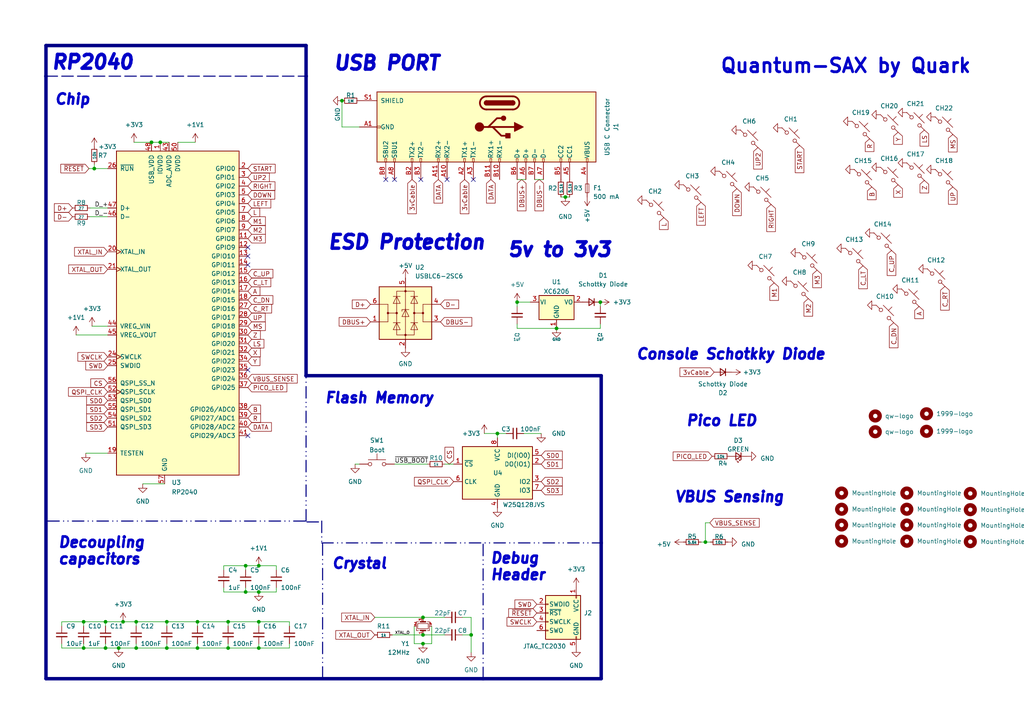
<source format=kicad_sch>
(kicad_sch (version 20230121) (generator eeschema)
  (paper "A4")
  (junction (at 27.3492 48.895))
  (junction (at 88.773 108.966))
  (junction (at 57.277 180.34))
  (junction (at 34.417 187.96))
  (junction (at 149.987 87.63) (diameter 0.9144))
  (junction (at 140.128 196.85))
  (junction (at 174.117 87.63))
  (junction (at 24.257 187.96))
  (junction (at 13.335 22.098))
  (junction (at 204.597 157.226))
  (junction (at 99.187 29.21))
  (junction (at 71.247 171.704))
  (junction (at 57.277 187.96))
  (junction (at 35.687 180.34))
  (junction (at 30.607 180.34))
  (junction (at 46.482 41.275))
  (junction (at 39.497 187.96))
  (junction (at 88.773 22.098))
  (junction (at 144.272 125.73))
  (junction (at 75.057 180.34))
  (junction (at 163.9824 57.15))
  (junction (at 75.057 187.96))
  (junction (at 48.387 187.96))
  (junction (at 24.257 180.34))
  (junction (at 75.057 171.704))
  (junction (at 75.057 164.084))
  (junction (at 174.371 157.4631))
  (junction (at 122.682 186.69))
  (junction (at 71.247 164.084))
  (junction (at 136.652 184.15))
  (junction (at 39.497 180.34))
  (junction (at 122.682 184.15))
  (junction (at 122.682 179.07))
  (junction (at 30.607 187.96))
  (junction (at 66.167 180.34))
  (junction (at 48.387 180.34))
  (junction (at 43.942 41.275))
  (junction (at 66.167 187.96))
  (junction (at 161.417 95.25) (diameter 0.9144))
  (no_connect (at 114.427 52.07))
  (no_connect (at 122.047 52.07))
  (no_connect (at 137.287 52.07))
  (no_connect (at 71.882 71.755))
  (no_connect (at 111.887 52.07))
  (no_connect (at 129.667 52.07))
  (no_connect (at 71.882 76.835))
  (no_connect (at 71.882 107.315))
  (no_connect (at 71.882 126.365))
  (no_connect (at 71.882 74.295))
  (wire (pts (xy 104.267 36.83) (xy 99.187 36.83)))
  (wire (pts (xy 71.247 164.084) (xy 64.897 164.084)))
  (wire (pts (xy 43.942 41.275) (xy 46.482 41.275)))
  (wire (pts (xy 129.032 134.62) (xy 131.572 134.62)))
  (bus (pts (xy 13.335 13.208) (xy 88.773 13.208)) (stroke (width 1)))
  (bus (pts (xy 88.773 108.966) (xy 174.371 108.966)) (stroke (width 1)))
  (bus (pts (xy 174.371 157.4631) (xy 174.371 157.48)))
  (wire (pts (xy 64.897 171.704) (xy 71.247 171.704)))
  (wire (pts (xy 80.137 164.084) (xy 80.137 165.354)))
  (wire (pts (xy 27.3492 48.895) (xy 31.242 48.895)))
  (wire (pts (xy 39.497 180.34) (xy 39.497 181.61)))
  (wire (pts (xy 75.057 164.084) (xy 71.247 164.084)))
  (wire (pts (xy 152.527 52.07) (xy 149.987 52.07)))
  (wire (pts (xy 27.3492 47.625) (xy 27.3492 48.895)))
  (bus (pts (xy 89.027 151.384) (xy 93.5662 151.384)) (stroke (width 0) (type dash_dot_dot)))
  (wire (pts (xy 30.607 186.69) (xy 30.607 187.96)))
  (wire (pts (xy 144.272 125.73) (xy 144.272 127)))
  (wire (pts (xy 83.947 180.34) (xy 83.947 181.61)))
  (bus (pts (xy 93.3122 157.4631) (xy 174.371 157.4631)) (stroke (width 0) (type dash_dot_dot)))
  (wire (pts (xy 66.167 186.69) (xy 66.167 187.96)))
  (wire (pts (xy 57.277 186.69) (xy 57.277 187.96)))
  (wire (pts (xy 136.652 184.15) (xy 136.652 189.23)))
  (wire (pts (xy 99.187 36.83) (xy 99.187 29.21)))
  (wire (pts (xy 114.427 134.62) (xy 123.952 134.62)))
  (bus (pts (xy 88.773 151.13) (xy 88.773 108.966)) (stroke (width 0) (type dash_dot_dot)))
  (bus (pts (xy 140.128 196.85) (xy 140.128 157.48)) (stroke (width 0) (type dash_dot_dot)))
  (bus (pts (xy 13.335 196.85) (xy 140.128 196.85)) (stroke (width 1)))
  (wire (pts (xy 17.907 186.69) (xy 17.907 187.96)))
  (wire (pts (xy 30.607 180.34) (xy 24.257 180.34)))
  (wire (pts (xy 31.242 97.155) (xy 22.0726 97.155)))
  (wire (pts (xy 161.417 95.25) (xy 149.987 95.25)))
  (wire (pts (xy 71.247 171.704) (xy 75.057 171.704)))
  (wire (pts (xy 26.6954 94.615) (xy 31.242 94.615)))
  (bus (pts (xy 13.335 13.208) (xy 13.335 22.098)) (stroke (width 1)))
  (wire (pts (xy 75.057 171.704) (xy 80.137 171.704)))
  (wire (pts (xy 120.142 186.69) (xy 122.682 186.69)))
  (wire (pts (xy 203.327 157.226) (xy 204.597 157.226)))
  (wire (pts (xy 66.167 187.96) (xy 75.057 187.96)))
  (wire (pts (xy 39.497 180.34) (xy 48.387 180.34)))
  (wire (pts (xy 17.907 180.34) (xy 24.257 180.34)))
  (wire (pts (xy 140.462 125.73) (xy 144.272 125.73)))
  (bus (pts (xy 93.3122 151.13) (xy 93.3122 157.4631)) (stroke (width 0) (type dash_dot_dot)))
  (wire (pts (xy 144.272 125.73) (xy 146.812 125.73)))
  (wire (pts (xy 51.562 41.275) (xy 56.642 41.275)))
  (wire (pts (xy 48.387 180.34) (xy 48.387 181.61)))
  (wire (pts (xy 161.417 95.25) (xy 174.117 95.25)))
  (wire (pts (xy 149.987 87.63) (xy 149.987 88.9)))
  (wire (pts (xy 129.032 184.15) (xy 122.682 184.15)))
  (wire (pts (xy 151.892 125.73) (xy 156.972 125.73)))
  (wire (pts (xy 71.247 164.084) (xy 71.247 165.354)))
  (wire (pts (xy 80.137 171.704) (xy 80.137 170.434)))
  (wire (pts (xy 30.607 180.34) (xy 30.607 181.61)))
  (bus (pts (xy 93.5662 157.7171) (xy 93.5662 197.104)) (stroke (width 0) (type dash_dot_dot)))
  (wire (pts (xy 71.247 170.434) (xy 71.247 171.704)))
  (wire (pts (xy 75.057 187.96) (xy 75.057 186.69)))
  (wire (pts (xy 174.117 93.9546) (xy 174.117 95.25)))
  (wire (pts (xy 64.897 164.084) (xy 64.897 165.354)))
  (bus (pts (xy 88.773 13.208) (xy 88.773 22.098)) (stroke (width 1)))
  (wire (pts (xy 48.387 187.96) (xy 48.387 186.69)))
  (bus (pts (xy 13.335 22.098) (xy 13.335 196.85)) (stroke (width 1)))
  (wire (pts (xy 39.497 187.96) (xy 48.387 187.96)))
  (wire (pts (xy 48.387 187.96) (xy 57.277 187.96)))
  (wire (pts (xy 204.597 151.638) (xy 204.597 157.226)))
  (wire (pts (xy 205.867 151.638) (xy 204.597 151.638)))
  (bus (pts (xy 174.371 196.85) (xy 174.371 157.4631)) (stroke (width 1)))
  (bus (pts (xy 13.335 22.098) (xy 88.773 22.098)) (stroke (width 0) (type dash)))
  (wire (pts (xy 24.257 180.34) (xy 24.257 181.61)))
  (wire (pts (xy 102.997 134.62) (xy 104.267 134.62)))
  (wire (pts (xy 75.057 180.34) (xy 83.947 180.34)))
  (wire (pts (xy 24.257 186.69) (xy 24.257 187.96)))
  (wire (pts (xy 26.1112 60.325) (xy 31.242 60.325)))
  (wire (pts (xy 30.607 187.96) (xy 34.417 187.96)))
  (wire (pts (xy 35.687 180.34) (xy 39.497 180.34)))
  (wire (pts (xy 57.277 180.34) (xy 57.277 181.61)))
  (wire (pts (xy 75.057 187.96) (xy 83.947 187.96)))
  (wire (pts (xy 149.987 93.98) (xy 149.987 95.25)))
  (wire (pts (xy 66.167 180.34) (xy 66.167 181.61)))
  (wire (pts (xy 41.402 140.335) (xy 47.752 140.335)))
  (wire (pts (xy 34.417 187.96) (xy 39.497 187.96)))
  (bus (pts (xy 140.128 196.85) (xy 174.371 196.85)) (stroke (width 1)))
  (wire (pts (xy 125.222 181.61) (xy 125.222 186.69)))
  (bus (pts (xy 88.773 22.098) (xy 88.773 108.966)) (stroke (width 1)))
  (wire (pts (xy 108.712 179.07) (xy 122.682 179.07)))
  (wire (pts (xy 129.032 179.07) (xy 122.682 179.07)))
  (wire (pts (xy 174.117 88.8746) (xy 174.117 87.63)))
  (wire (pts (xy 26.1112 62.865) (xy 31.242 62.865)))
  (wire (pts (xy 125.222 186.69) (xy 122.682 186.69)))
  (wire (pts (xy 57.277 187.96) (xy 66.167 187.96)))
  (wire (pts (xy 57.277 180.34) (xy 66.167 180.34)))
  (wire (pts (xy 204.597 157.226) (xy 206.0448 157.226)))
  (wire (pts (xy 163.9824 57.15) (xy 165.227 57.15)))
  (wire (pts (xy 134.112 179.07) (xy 136.652 179.07)))
  (wire (pts (xy 75.057 164.084) (xy 80.137 164.084)))
  (wire (pts (xy 136.652 179.07) (xy 136.652 184.15)))
  (wire (pts (xy 149.987 87.63) (xy 153.797 87.63)))
  (wire (pts (xy 25.8063 48.895) (xy 27.3492 48.895)))
  (wire (pts (xy 24.892 131.445) (xy 31.242 131.445)))
  (wire (pts (xy 120.142 181.61) (xy 120.142 186.69)))
  (wire (pts (xy 17.907 181.61) (xy 17.907 180.34)))
  (bus (pts (xy 13.843 151.13) (xy 88.773 151.13)) (stroke (width 0) (type dash_dot_dot)))
  (wire (pts (xy 39.497 187.96) (xy 39.497 186.69)))
  (bus (pts (xy 174.371 157.4631) (xy 174.371 108.966)) (stroke (width 1)))
  (wire (pts (xy 30.607 180.34) (xy 35.687 180.34)))
  (wire (pts (xy 162.687 57.15) (xy 163.9824 57.15)))
  (wire (pts (xy 24.257 187.96) (xy 30.607 187.96)))
  (wire (pts (xy 48.387 180.34) (xy 57.277 180.34)))
  (wire (pts (xy 38.862 41.275) (xy 43.942 41.275)))
  (wire (pts (xy 157.607 52.07) (xy 155.067 52.07)))
  (wire (pts (xy 64.897 170.434) (xy 64.897 171.704)))
  (wire (pts (xy 17.907 187.96) (xy 24.257 187.96)))
  (wire (pts (xy 122.682 184.15) (xy 113.792 184.15)))
  (wire (pts (xy 83.947 187.96) (xy 83.947 186.69)))
  (wire (pts (xy 136.652 184.15) (xy 134.112 184.15)))
  (wire (pts (xy 66.167 180.34) (xy 75.057 180.34)))
  (wire (pts (xy 75.057 180.34) (xy 75.057 181.61)))
  (wire (pts (xy 46.482 41.275) (xy 49.022 41.275)))
  (text "USB PORT" (at 96.393 20.828 0) (effects (font (size 4 4) (thickness 2) bold italic) (justify left bottom)))
  (text "Flash Memory" (at 93.98 117.348 0) (effects (font (size 3 3) (thickness 2) bold italic) (justify left bottom)))
  (text "Debug\nHeader" (at 141.986 168.656 0) (effects (font (size 3 3) (thickness 2) bold italic) (justify left bottom)))
  (text "Pico LED" (at 198.755 123.952 0) (effects (font (size 3 3) (thickness 2) bold italic) (justify left bottom)))
  (text "ESD Protection" (at 94.742 72.771 0) (effects (font (size 4 4) (thickness 2) bold italic) (justify left bottom)))
  (text "Console Schotkky Diode" (at 184.277 104.648 0) (effects (font (size 3 3) (thickness 2) bold italic) (justify left bottom)))
  (text "Crystal" (at 96.012 165.354 0) (effects (font (size 3 3) (thickness 2) bold italic) (justify left bottom)))
  (text "VBUS Sensing" (at 195.453 146.05 0) (effects (font (size 3 3) (thickness 2) bold italic) (justify left bottom)))
  (text "Quantum-SAX by Quark" (at 281.94 21.59 0) (effects (font (size 4 4) (thickness 0.8) bold) (justify right bottom)))
  (text "Decoupling\ncapacitors" (at 16.637 164.084 0) (effects (font (size 3 3) (thickness 2) bold italic) (justify left bottom)))
  (text "5v to 3v3" (at 146.939 74.93 0) (effects (font (size 4 4) (thickness 2) bold italic) (justify left bottom)))
  (text "RP2040" (at 14.605 20.574 0) (effects (font (size 4 4) (thickness 2) bold italic) (justify left bottom)))
  (text "Chip" (at 15.621 30.734 0) (effects (font (size 3 3) (thickness 2) bold italic) (justify left bottom)))
  (label "XTAL_O" (at 118.872 184.15 180) (effects (font (size 0.8 0.8))))
  (label "D_-" (at 27.432 62.865 0))
  (label "~{USB_BOOT}" (at 114.427 134.62 0))
  (label "D_+" (at 27.432 60.325 0))
  (global_label "3vCable" (shape input) (at 119.507 52.07 270) (property "Intersheetrefs" "${INTERSHEET_REFS}" (effects hide)))
  (global_label "CS" (shape input) (at 31.242 111.125 180) (property "Intersheetrefs" "${INTERSHEET_REFS}" (effects hide)))
  (global_label "Y" (shape input) (at 71.882 104.775 0) (property "Intersheetrefs" "${INTERSHEET_REFS}" (effects hide)))
  (global_label "~{RESET}" (shape input) (at 25.8063 48.895 180) (property "Intersheetrefs" "${INTERSHEET_REFS}" (effects hide)))
  (global_label "LEFT" (shape input) (at 203.327 58.674 270) (property "Intersheetrefs" "${INTERSHEET_REFS}" (effects hide)))
  (global_label "SWD" (shape input) (at 31.242 106.045 180) (property "Intersheetrefs" "${INTERSHEET_REFS}" (effects hide)))
  (global_label "C_LT" (shape input) (at 250.317 77.089 270) (property "Intersheetrefs" "${INTERSHEET_REFS}" (effects hide)))
  (global_label "C_UP" (shape input) (at 258.572 72.644 270) (property "Intersheetrefs" "${INTERSHEET_REFS}" (effects hide)))
  (global_label "~{RESET}" (shape input) (at 155.702 177.8 180) (property "Intersheetrefs" "${INTERSHEET_REFS}" (effects hide)))
  (global_label "D-" (shape input) (at 127.762 88.265 0) (property "Intersheetrefs" "${INTERSHEET_REFS}" (effects hide)))
  (global_label "X" (shape input) (at 71.882 102.235 0) (property "Intersheetrefs" "${INTERSHEET_REFS}" (effects hide)))
  (global_label "X" (shape input) (at 260.477 53.594 270) (property "Intersheetrefs" "${INTERSHEET_REFS}" (effects hide)))
  (global_label "M1" (shape input) (at 71.882 64.135 0) (property "Intersheetrefs" "${INTERSHEET_REFS}" (effects hide)))
  (global_label "LEFT" (shape input) (at 71.882 59.055 0) (property "Intersheetrefs" "${INTERSHEET_REFS}" (effects hide)))
  (global_label "3vCable" (shape input) (at 207.137 107.95 180) (property "Intersheetrefs" "${INTERSHEET_REFS}" (effects hide)))
  (global_label "UP" (shape input) (at 71.882 92.075 0) (property "Intersheetrefs" "${INTERSHEET_REFS}" (effects hide)))
  (global_label "XTAL_IN" (shape input) (at 31.242 73.025 180) (property "Intersheetrefs" "${INTERSHEET_REFS}" (effects hide)))
  (global_label "D-" (shape input) (at 21.0312 62.865 180) (property "Intersheetrefs" "${INTERSHEET_REFS}" (effects hide)))
  (global_label "XTAL_OUT" (shape input) (at 31.242 78.105 180) (property "Intersheetrefs" "${INTERSHEET_REFS}" (effects hide)))
  (global_label "R" (shape input) (at 71.882 121.285 0) (property "Intersheetrefs" "${INTERSHEET_REFS}" (effects hide)))
  (global_label "DATA" (shape input) (at 142.367 52.07 270) (property "Intersheetrefs" "${INTERSHEET_REFS}" (effects hide)))
  (global_label "M2" (shape input) (at 234.442 86.614 270) (property "Intersheetrefs" "${INTERSHEET_REFS}" (effects hide)))
  (global_label "DBUS+" (shape input) (at 107.442 93.345 180) (property "Intersheetrefs" "${INTERSHEET_REFS}" (effects hide)))
  (global_label "C_DN" (shape input) (at 71.882 86.995 0) (property "Intersheetrefs" "${INTERSHEET_REFS}" (effects hide)))
  (global_label "SD0" (shape input) (at 156.972 132.08 0) (property "Intersheetrefs" "${INTERSHEET_REFS}" (effects hide)))
  (global_label "UP2" (shape input) (at 71.882 51.435 0) (property "Intersheetrefs" "${INTERSHEET_REFS}" (effects hide)))
  (global_label "SD0" (shape input) (at 31.242 116.205 180) (property "Intersheetrefs" "${INTERSHEET_REFS}" (effects hide)))
  (global_label "C_UP" (shape input) (at 71.882 79.375 0) (property "Intersheetrefs" "${INTERSHEET_REFS}" (effects hide)))
  (global_label "L" (shape input) (at 192.532 63.119 270) (property "Intersheetrefs" "${INTERSHEET_REFS}" (effects hide)))
  (global_label "C_RT" (shape input) (at 274.066 83.058 270) (property "Intersheetrefs" "${INTERSHEET_REFS}" (effects hide)))
  (global_label "CS" (shape input) (at 130.302 134.62 90) (property "Intersheetrefs" "${INTERSHEET_REFS}" (effects hide)))
  (global_label "M3" (shape input) (at 71.882 69.215 0) (property "Intersheetrefs" "${INTERSHEET_REFS}" (effects hide)))
  (global_label "DATA" (shape input) (at 71.882 123.825 0) (property "Intersheetrefs" "${INTERSHEET_REFS}" (effects hide)))
  (global_label "DBUS-" (shape input) (at 127.762 93.345 0) (property "Intersheetrefs" "${INTERSHEET_REFS}" (effects hide)))
  (global_label "R" (shape input) (at 252.222 40.259 270) (property "Intersheetrefs" "${INTERSHEET_REFS}" (effects hide)))
  (global_label "M2" (shape input) (at 71.882 66.675 0) (property "Intersheetrefs" "${INTERSHEET_REFS}" (effects hide)))
  (global_label "C_LT" (shape input) (at 71.882 81.915 0) (property "Intersheetrefs" "${INTERSHEET_REFS}" (effects hide)))
  (global_label "XTAL_IN" (shape input) (at 108.712 179.07 180) (property "Intersheetrefs" "${INTERSHEET_REFS}" (effects hide)))
  (global_label "QSPI_CLK" (shape input) (at 131.572 139.7 180) (property "Intersheetrefs" "${INTERSHEET_REFS}" (effects hide)))
  (global_label "Z" (shape input) (at 268.097 52.324 270) (property "Intersheetrefs" "${INTERSHEET_REFS}" (effects hide)))
  (global_label "3vCable" (shape input) (at 134.747 52.07 270) (property "Intersheetrefs" "${INTERSHEET_REFS}" (effects hide)))
  (global_label "SD2" (shape input) (at 31.242 121.285 180) (property "Intersheetrefs" "${INTERSHEET_REFS}" (effects hide)))
  (global_label "DATA" (shape input) (at 127.127 52.07 270) (property "Intersheetrefs" "${INTERSHEET_REFS}" (effects hide)))
  (global_label "D+" (shape input) (at 107.442 88.265 180) (property "Intersheetrefs" "${INTERSHEET_REFS}" (effects hide)))
  (global_label "DBUS+" (shape input) (at 151.3078 52.07 270) (property "Intersheetrefs" "${INTERSHEET_REFS}" (effects hide)))
  (global_label "PICO_LED" (shape input) (at 206.5528 132.334 180) (property "Intersheetrefs" "${INTERSHEET_REFS}" (effects hide)))
  (global_label "M1" (shape input) (at 224.536 82.042 270) (property "Intersheetrefs" "${INTERSHEET_REFS}" (effects hide)))
  (global_label "START" (shape input) (at 71.882 48.895 0) (property "Intersheetrefs" "${INTERSHEET_REFS}" (effects hide)))
  (global_label "SD1" (shape input) (at 31.242 118.745 180) (property "Intersheetrefs" "${INTERSHEET_REFS}" (effects hide)))
  (global_label "SD2" (shape input) (at 156.972 139.7 0) (property "Intersheetrefs" "${INTERSHEET_REFS}" (effects hide)))
  (global_label "UP2" (shape input) (at 219.837 42.799 270) (property "Intersheetrefs" "${INTERSHEET_REFS}" (effects hide)))
  (global_label "SD3" (shape input) (at 31.242 123.825 180) (property "Intersheetrefs" "${INTERSHEET_REFS}" (effects hide)))
  (global_label "DOWN" (shape input) (at 213.741 54.737 270) (property "Intersheetrefs" "${INTERSHEET_REFS}" (effects hide)))
  (global_label "SD3" (shape input) (at 156.972 142.24 0) (property "Intersheetrefs" "${INTERSHEET_REFS}" (effects hide)))
  (global_label "VBUS_SENSE" (shape input) (at 71.882 109.855 0) (property "Intersheetrefs" "${INTERSHEET_REFS}" (effects hide)))
  (global_label "LS" (shape input) (at 268.097 37.719 270) (property "Intersheetrefs" "${INTERSHEET_REFS}" (effects hide)))
  (global_label "DOWN" (shape input) (at 71.882 56.515 0) (property "Intersheetrefs" "${INTERSHEET_REFS}" (effects hide)))
  (global_label "A" (shape input) (at 266.573 88.9 270) (property "Intersheetrefs" "${INTERSHEET_REFS}" (effects hide)))
  (global_label "PICO_LED" (shape input) (at 71.882 112.395 0) (property "Intersheetrefs" "${INTERSHEET_REFS}" (effects hide)))
  (global_label "L" (shape input) (at 71.882 61.595 0) (property "Intersheetrefs" "${INTERSHEET_REFS}" (effects hide)))
  (global_label "MS" (shape input) (at 276.352 38.989 270) (property "Intersheetrefs" "${INTERSHEET_REFS}" (effects hide)))
  (global_label "D+" (shape input) (at 21.0312 60.325 180) (property "Intersheetrefs" "${INTERSHEET_REFS}" (effects hide)))
  (global_label "QSPI_CLK" (shape input) (at 31.242 113.665 180) (property "Intersheetrefs" "${INTERSHEET_REFS}" (effects hide)))
  (global_label "Y" (shape input) (at 260.477 38.354 270) (property "Intersheetrefs" "${INTERSHEET_REFS}" (effects hide)))
  (global_label "M3" (shape input) (at 236.982 78.359 270) (property "Intersheetrefs" "${INTERSHEET_REFS}" (effects hide)))
  (global_label "UP" (shape input) (at 276.352 54.229 270) (property "Intersheetrefs" "${INTERSHEET_REFS}" (effects hide)))
  (global_label "B" (shape input) (at 71.882 118.745 0) (property "Intersheetrefs" "${INTERSHEET_REFS}" (effects hide)))
  (global_label "B" (shape input) (at 252.857 54.229 270) (property "Intersheetrefs" "${INTERSHEET_REFS}" (effects hide)))
  (global_label "A" (shape input) (at 71.882 84.455 0) (property "Intersheetrefs" "${INTERSHEET_REFS}" (effects hide)))
  (global_label "XTAL_OUT" (shape input) (at 108.712 184.15 180) (property "Intersheetrefs" "${INTERSHEET_REFS}" (effects hide)))
  (global_label "C_DN" (shape input) (at 259.207 93.599 270) (property "Intersheetrefs" "${INTERSHEET_REFS}" (effects hide)))
  (global_label "SWCLK" (shape input) (at 31.242 103.505 180) (property "Intersheetrefs" "${INTERSHEET_REFS}" (effects hide)))
  (global_label "SWCLK" (shape input) (at 155.702 180.34 180) (property "Intersheetrefs" "${INTERSHEET_REFS}" (effects hide)))
  (global_label "C_RT" (shape input) (at 71.882 89.535 0) (property "Intersheetrefs" "${INTERSHEET_REFS}" (effects hide)))
  (global_label "RIGHT" (shape input) (at 71.882 53.975 0) (property "Intersheetrefs" "${INTERSHEET_REFS}" (effects hide)))
  (global_label "SWD" (shape input) (at 155.702 175.26 180) (property "Intersheetrefs" "${INTERSHEET_REFS}" (effects hide)))
  (global_label "DBUS-" (shape input) (at 156.3878 52.07 270) (property "Intersheetrefs" "${INTERSHEET_REFS}" (effects hide)))
  (global_label "Z" (shape input) (at 71.882 97.155 0) (property "Intersheetrefs" "${INTERSHEET_REFS}" (effects hide)))
  (global_label "START" (shape input) (at 231.902 42.164 270) (property "Intersheetrefs" "${INTERSHEET_REFS}" (effects hide)))
  (global_label "VBUS_SENSE" (shape input) (at 205.867 151.638 0) (property "Intersheetrefs" "${INTERSHEET_REFS}" (effects hide)))
  (global_label "MS" (shape input) (at 71.882 94.615 0) (property "Intersheetrefs" "${INTERSHEET_REFS}" (effects hide)))
  (global_label "LS" (shape input) (at 71.882 99.695 0) (property "Intersheetrefs" "${INTERSHEET_REFS}" (effects hide)))
  (global_label "RIGHT" (shape input) (at 223.647 59.309 270) (property "Intersheetrefs" "${INTERSHEET_REFS}" (effects hide)))
  (global_label "SD1" (shape input) (at 156.972 134.62 0) (property "Intersheetrefs" "${INTERSHEET_REFS}" (effects hide)))
  (symbol (lib_id "Mechanical:MountingHole") (at 263.017 152.273 0) (unit 1)
    (property "Reference" "H11" (effects hide))
    (property "Value" "MountingHole" (at 265.938 152.273 0) (effects (justify left)))
    (property "Footprint" "MountingHole:MountingHole_2.2mm_M2" (effects hide))
  )
  (symbol (lib_id "power:GND") (at 218.567 54.229 270) (unit 1)
    (property "Reference" "#PWR037" (effects hide))
    (property "Value" "GND" (effects hide))
  )
  (symbol (lib_id "Mechanical:MountingHole") (at 244.094 147.701 0) (unit 1)
    (property "Reference" "H6" (effects hide))
    (property "Value" "MountingHole" (at 247.015 147.701 0) (effects (justify left)))
    (property "Footprint" "MountingHole:MountingHole_2.2mm_M2" (effects hide))
  )
  (symbol (lib_id "Device:R_Small") (at 162.687 54.61 180) (unit 1)
    (property "Reference" "R2" (at 161.6201 54.61 0) (effects (justify left)))
    (property "Value" "5.1k" (at 162.7886 53.2892 90) (effects (font (size 0.8 0.8)) (justify left)))
    (property "Footprint" "Resistor_SMD:R_0402_1005Metric" (effects hide))
    (property "LCSC" "C25744" (effects hide))
  )
  (symbol (lib_id "power:GND") (at 122.682 186.69 0) (mirror y) (unit 1)
    (property "Reference" "#PWR016" (effects hide))
    (property "Value" "GND" (at 122.682 191.77 0))
  )
  (symbol (lib_id "power:GND") (at 255.397 33.274 270) (unit 1)
    (property "Reference" "#PWR039" (effects hide))
    (property "Value" "GND" (effects hide))
  )
  (symbol (lib_id "power:+1V1") (at 56.642 41.275 0) (unit 1)
    (property "Reference" "#PWR09" (effects hide))
    (property "Value" "+1V1" (at 56.642 36.195 0))
  )
  (symbol (lib_id "PCM_marbastlib-choc:choc_SW_HS") (at 211.201 52.197 0) (unit 1)
    (property "Reference" "CH4" (at 211.201 47.117 0))
    (property "Value" "choc_SW_HS" (effects hide))
    (property "Footprint" "ExtraFootprints:ModifiedMarbastlibChoc" (effects hide))
  )
  (symbol (lib_id "Device:R_Small") (at 27.3492 45.085 0) (unit 1)
    (property "Reference" "R7" (at 28.4161 45.085 0) (effects (justify left)))
    (property "Value" "10k" (at 27.4255 46.2026 90) (effects (font (size 0.8 0.8)) (justify left)))
    (property "Footprint" "Resistor_SMD:R_0402_1005Metric" (effects hide))
    (property "LCSC" "C25744" (effects hide))
  )
  (symbol (lib_id "PCM_marbastlib-choc:choc_SW_HS") (at 256.032 70.104 0) (unit 1)
    (property "Reference" "CH14" (at 256.032 65.024 0))
    (property "Value" "choc_SW_HS" (effects hide))
    (property "Footprint" "ExtraFootprints:ModifiedMarbastlibChoc" (effects hide))
  )
  (symbol (lib_id "power:GND") (at 231.902 73.279 270) (unit 1)
    (property "Reference" "#PWR047" (effects hide))
    (property "Value" "GND" (effects hide))
  )
  (symbol (lib_id "Mechanical:MountingHole") (at 253.873 120.65 0) (unit 1) (in_bom no)
    (property "Reference" "H1" (effects hide))
    (property "Value" "qw-logo" (at 256.667 120.65 0) (effects (justify left)))
    (property "Footprint" "qw-logo:qw new logo silk + copper md" (effects hide))
  )
  (symbol (lib_id "Device:Fuse_Small") (at 170.307 54.61 270) (unit 1)
    (property "Reference" "F1" (at 172.0342 54.5084 90) (effects (justify left)))
    (property "Value" "500 mA" (at 172.0342 57.0484 90) (effects (justify left)))
    (property "Footprint" "Fuse:Fuse_1206_3216Metric" (effects hide))
  )
  (symbol (lib_id "Mechanical:MountingHole") (at 268.732 125.095 0) (unit 1) (in_bom no)
    (property "Reference" "H4" (effects hide))
    (property "Value" "1999-logo" (at 271.526 125.095 0) (effects (justify left)))
    (property "Footprint" "1999:1999 logo md" (effects hide))
  )
  (symbol (lib_id "power:GND") (at 229.362 81.534 270) (unit 1)
    (property "Reference" "#PWR048" (effects hide))
    (property "Value" "GND" (effects hide))
  )
  (symbol (lib_id "power:+1V1") (at 75.057 164.084 0) (unit 1)
    (property "Reference" "#PWR010" (effects hide))
    (property "Value" "+1V1" (at 75.057 159.004 0))
  )
  (symbol (lib_id "Device:R_Small") (at 23.5712 60.325 90) (unit 1)
    (property "Reference" "R8" (at 23.5712 58.7756 90))
    (property "Value" "27" (at 23.5712 60.4266 90) (effects (font (size 0.8 0.8))))
    (property "Footprint" "Resistor_SMD:R_0603_1608Metric" (effects hide))
    (property "LCSC" "C25190" (effects hide))
  )
  (symbol (lib_id "Device:Crystal_GND24_Small") (at 122.682 181.61 270) (mirror x) (unit 1)
    (property "Reference" "Y1" (at 118.872 186.69 90) (effects (justify right)))
    (property "Value" "12MHz" (at 118.872 189.23 90) (effects (justify right)))
    (property "Footprint" "Crystal:Crystal_SMD_3225-4Pin_3.2x2.5mm" (effects hide))
    (property "LCSC" "C9002" (effects hide))
  )
  (symbol (lib_id "power:GND") (at 99.187 29.21 270) (unit 1)
    (property "Reference" "#PWR012" (effects hide))
    (property "Value" "GND" (at 97.9171 31.1404 0) (effects (justify left)))
  )
  (symbol (lib_id "power:GND") (at 261.493 83.82 270) (unit 1)
    (property "Reference" "#PWR052" (effects hide))
    (property "Value" "GND" (effects hide))
  )
  (symbol (lib_id "power:GND") (at 187.452 58.039 270) (unit 1)
    (property "Reference" "#PWR032" (effects hide))
    (property "Value" "GND" (effects hide))
  )
  (symbol (lib_id "Device:D_Small") (at 171.577 87.63 180) (unit 1)
    (property "Reference" "D1" (at 174.9298 79.883 0))
    (property "Value" "Schottky Diode" (at 174.9298 82.423 0))
    (property "Footprint" "Diode_SMD:D_SOD-123" (effects hide))
    (property "LCSC" "C8598" (effects hide))
  )
  (symbol (lib_id "PCM_marbastlib-choc:choc_SW_HS") (at 273.812 51.689 0) (unit 1)
    (property "Reference" "CH18" (at 273.812 46.609 0))
    (property "Value" "choc_SW_HS" (effects hide))
    (property "Footprint" "ExtraFootprints:ModifiedMarbastlibChoc" (effects hide))
  )
  (symbol (lib_id "PCM_marbastlib-choc:choc_SW_HS") (at 200.787 56.134 0) (unit 1)
    (property "Reference" "CH3" (at 200.787 51.054 0))
    (property "Value" "choc_SW_HS" (effects hide))
    (property "Footprint" "ExtraFootprints:ModifiedMarbastlibChoc" (effects hide))
  )
  (symbol (lib_id "power:GND") (at 136.652 189.23 0) (mirror y) (unit 1)
    (property "Reference" "#PWR017" (effects hide))
    (property "Value" "GND" (at 136.652 194.31 0))
  )
  (symbol (lib_id "Mechanical:MountingHole") (at 253.873 125.222 0) (unit 1) (in_bom no)
    (property "Reference" "H2" (effects hide))
    (property "Value" "qw-logo" (at 256.667 125.222 0) (effects (justify left)))
    (property "Footprint" "qw-logo:qw new logo silk + copper sm" (effects hide))
  )
  (symbol (lib_id "Device:R_Small") (at 165.227 54.61 0) (unit 1)
    (property "Reference" "R3" (at 166.2939 54.61 0) (effects (justify left)))
    (property "Value" "5.1k" (at 165.3286 55.9308 90) (effects (font (size 0.8 0.8)) (justify left)))
    (property "Footprint" "Resistor_SMD:R_0402_1005Metric" (effects hide))
    (property "LCSC" "C25744" (effects hide))
  )
  (symbol (lib_id "Mechanical:MountingHole") (at 281.432 157.099 0) (unit 1)
    (property "Reference" "H16" (effects hide))
    (property "Value" "MountingHole" (at 284.353 157.099 0) (effects (justify left)))
    (property "Footprint" "MountingHole:MountingHole_2.2mm_M2" (effects hide))
  )
  (symbol (lib_id "PCM_marbastlib-choc:choc_SW_HS") (at 264.033 86.36 0) (unit 1)
    (property "Reference" "CH11" (at 264.033 81.28 0))
    (property "Value" "choc_SW_HS" (effects hide))
    (property "Footprint" "ExtraFootprints:ModifiedMarbastlibChoc" (effects hide))
  )
  (symbol (lib_id "Device:C_Small") (at 83.947 184.15 0) (unit 1)
    (property "Reference" "C17" (at 85.217 181.6099 0) (effects (justify left)))
    (property "Value" "100nF" (at 85.217 186.6899 0) (effects (justify left)))
    (property "Footprint" "Capacitor_SMD:C_0402_1005Metric" (effects hide))
    (property "LCSC" "C1525" (effects hide))
  )
  (symbol (lib_id "PCM_marbastlib-choc:choc_SW_HS") (at 231.902 84.074 0) (unit 1)
    (property "Reference" "CH8" (at 231.902 78.994 0))
    (property "Value" "choc_SW_HS" (effects hide))
    (property "Footprint" "ExtraFootprints:ModifiedMarbastlibChoc" (effects hide))
  )
  (symbol (lib_id "Mechanical:MountingHole") (at 263.017 147.701 0) (unit 1)
    (property "Reference" "H10" (effects hide))
    (property "Value" "MountingHole" (at 265.938 147.701 0) (effects (justify left)))
    (property "Footprint" "MountingHole:MountingHole_2.2mm_M2" (effects hide))
  )
  (symbol (lib_id "Power_Protection:USBLC6-2SC6") (at 117.602 90.805 0) (unit 1)
    (property "Reference" "U2" (at 120.3707 77.5462 0) (effects (justify left)))
    (property "Value" "USBLC6-2SC6" (at 120.3707 80.0862 0) (effects (justify left)))
    (property "Footprint" "Package_TO_SOT_SMD:SOT-23-6" (effects hide))
    (property "Datasheet" "https://www.st.com/resource/en/datasheet/usblc6-2.pdf" (effects hide))
  )
  (symbol (lib_id "Mechanical:MountingHole") (at 244.094 143.002 0) (unit 1)
    (property "Reference" "H5" (effects hide))
    (property "Value" "MountingHole" (at 247.015 143.002 0) (effects (justify left)))
    (property "Footprint" "MountingHole:MountingHole_2.2mm_M2" (effects hide))
  )
  (symbol (lib_id "Device:R_Small") (at 209.0928 132.334 90) (unit 1)
    (property "Reference" "R4" (at 211.0035 134.4111 90) (effects (justify left)))
    (property "Value" "10k" (at 210.2268 132.4456 90) (effects (font (size 0.8 0.8)) (justify left)))
    (property "Footprint" "Resistor_SMD:R_0402_1005Metric" (effects hide))
  )
  (symbol (lib_id "PCM_marbastlib-choc:choc_SW_HS") (at 271.526 80.518 0) (unit 1)
    (property "Reference" "CH12" (at 271.526 75.438 0))
    (property "Value" "choc_SW_HS" (effects hide))
    (property "Footprint" "ExtraFootprints:ModifiedMarbastlibChoc" (effects hide))
  )
  (symbol (lib_id "power:GND") (at 102.997 134.62 0) (unit 1)
    (property "Reference" "#PWR013" (effects hide))
    (property "Value" "GND" (at 102.997 139.7 0))
  )
  (symbol (lib_id "power:GND") (at 24.892 131.445 0) (unit 1)
    (property "Reference" "#PWR02" (effects hide))
    (property "Value" "GND" (at 24.892 136.525 0))
  )
  (symbol (lib_id "Device:C_Small") (at 64.897 167.894 0) (unit 1)
    (property "Reference" "C4" (at 66.167 165.3539 0) (effects (justify left)))
    (property "Value" "1uF" (at 66.167 170.4339 0) (effects (justify left)))
    (property "Footprint" "Capacitor_SMD:C_0402_1005Metric" (effects hide))
    (property "LCSC" "C52923" (effects hide))
  )
  (symbol (lib_id "PCM_marbastlib-choc:choc_SW_HS") (at 189.992 60.579 0) (unit 1)
    (property "Reference" "CH2" (at 189.992 55.499 0))
    (property "Value" "choc_SW_HS" (effects hide))
    (property "Footprint" "ExtraFootprints:ModifiedMarbastlibChoc" (effects hide))
  )
  (symbol (lib_id "power:+3V3") (at 26.6954 94.615 0) (unit 1)
    (property "Reference" "#PWR03" (effects hide))
    (property "Value" "+3V3" (at 26.6954 89.535 0))
  )
  (symbol (lib_id "power:GND") (at 254.127 88.519 270) (unit 1)
    (property "Reference" "#PWR051" (effects hide))
    (property "Value" "GND" (effects hide))
  )
  (symbol (lib_id "PCM_marbastlib-choc:choc_SW_HS") (at 221.996 79.502 0) (unit 1)
    (property "Reference" "CH7" (at 221.996 74.422 0))
    (property "Value" "choc_SW_HS" (effects hide))
    (property "Footprint" "ExtraFootprints:ModifiedMarbastlibChoc" (effects hide))
  )
  (symbol (lib_id "power:GND") (at 75.057 171.704 0) (unit 1)
    (property "Reference" "#PWR011" (effects hide))
    (property "Value" "GND" (at 75.057 176.784 0))
  )
  (symbol (lib_id "power:+5V") (at 117.602 80.645 0) (unit 1)
    (property "Reference" "#PWR014" (effects hide))
    (property "Value" "+5V" (at 117.602 77.0405 0))
  )
  (symbol (lib_id "power:GND") (at 117.602 100.965 0) (unit 1)
    (property "Reference" "#PWR015" (effects hide))
    (property "Value" "GND" (at 117.602 105.5275 0))
  )
  (symbol (lib_id "power:GND") (at 268.986 77.978 270) (unit 1)
    (property "Reference" "#PWR053" (effects hide))
    (property "Value" "GND" (effects hide))
  )
  (symbol (lib_id "PCM_marbastlib-choc:choc_SW_HS") (at 256.667 91.059 0) (unit 1)
    (property "Reference" "CH10" (at 256.667 85.979 0))
    (property "Value" "choc_SW_HS" (effects hide))
    (property "Footprint" "ExtraFootprints:ModifiedMarbastlibChoc" (effects hide))
  )
  (symbol (lib_id "Device:C_Small") (at 131.572 179.07 270) (mirror x) (unit 1)
    (property "Reference" "C7" (at 134.112 177.8 90))
    (property "Value" "22pF" (at 128.397 177.8 90))
    (property "Footprint" "Capacitor_SMD:C_0402_1005Metric" (effects hide))
    (property "LCSC" "C1555" (effects hide))
  )
  (symbol (lib_id "PCM_marbastlib-choc:choc_SW_HS") (at 234.442 75.819 0) (unit 1)
    (property "Reference" "CH9" (at 234.442 70.739 0))
    (property "Value" "choc_SW_HS" (effects hide))
    (property "Footprint" "ExtraFootprints:ModifiedMarbastlibChoc" (effects hide))
  )
  (symbol (lib_id "PCM_marbastlib-choc:choc_SW_HS") (at 273.812 36.449 0) (unit 1)
    (property "Reference" "CH22" (at 273.812 31.369 0))
    (property "Value" "choc_SW_HS" (effects hide))
    (property "Footprint" "ExtraFootprints:ModifiedMarbastlibChoc" (effects hide))
  )
  (symbol (lib_id "power:GND") (at 156.972 125.73 0) (unit 1)
    (property "Reference" "#PWR021" (effects hide))
    (property "Value" "GND" (at 162.052 125.73 0))
  )
  (symbol (lib_id "power:GND") (at 271.272 49.149 270) (unit 1)
    (property "Reference" "#PWR045" (effects hide))
    (property "Value" "GND" (effects hide))
  )
  (symbol (lib_id "power:GND") (at 245.237 72.009 270) (unit 1)
    (property "Reference" "#PWR049" (effects hide))
    (property "Value" "GND" (effects hide))
  )
  (symbol (lib_id "PCM_marbastlib-choc:choc_SW_HS") (at 265.557 35.179 0) (unit 1)
    (property "Reference" "CH21" (at 265.557 30.099 0))
    (property "Value" "choc_SW_HS" (effects hide))
    (property "Footprint" "ExtraFootprints:ModifiedMarbastlibChoc" (effects hide))
  )
  (symbol (lib_id "Device:C_Small") (at 57.277 184.15 0) (unit 1)
    (property "Reference" "C14" (at 58.547 181.6099 0) (effects (justify left)))
    (property "Value" "100nF" (at 58.547 186.6899 0) (effects (justify left)))
    (property "Footprint" "Capacitor_SMD:C_0402_1005Metric" (effects hide))
    (property "LCSC" "C1525" (effects hide))
  )
  (symbol (lib_id "Device:C_Small") (at 30.607 184.15 0) (unit 1)
    (property "Reference" "C11" (at 31.877 181.6099 0) (effects (justify left)))
    (property "Value" "100nF" (at 31.877 186.6899 0) (effects (justify left)))
    (property "Footprint" "Capacitor_SMD:C_0402_1005Metric" (effects hide))
    (property "LCSC" "C1525" (effects hide))
  )
  (symbol (lib_id "Device:C_Small") (at 75.057 184.15 0) (unit 1)
    (property "Reference" "C16" (at 76.327 181.6099 0) (effects (justify left)))
    (property "Value" "100nF" (at 76.327 186.6899 0) (effects (justify left)))
    (property "Footprint" "Capacitor_SMD:C_0402_1005Metric" (effects hide))
    (property "LCSC" "C1525" (effects hide))
  )
  (symbol (lib_id "marbastlib-various:JTAG_TC2030") (at 162.052 180.34 0) (unit 1)
    (property "Reference" "J2" (at 169.3418 177.7999 0) (effects (justify left)))
    (property "Value" "JTAG_TC2030" (at 151.638 187.452 0) (effects (justify left)))
    (property "Footprint" "marbastlib-various:CON_TC2030_outlined" (effects hide))
    (property "Datasheet" " ~" (effects hide))
  )
  (symbol (lib_id "Device:R_Small") (at 101.727 29.21 90) (unit 1)
    (property "Reference" "R1" (at 101.727 27.6606 90))
    (property "Value" "1M" (at 101.727 29.3116 90) (effects (font (size 0.8 0.8))))
    (property "Footprint" "Resistor_SMD:R_0603_1608Metric" (effects hide))
    (property "LCSC" "C25190" (effects hide))
  )
  (symbol (lib_id "power:GND") (at 208.661 49.657 270) (unit 1)
    (property "Reference" "#PWR036" (effects hide))
    (property "Value" "GND" (effects hide))
  )
  (symbol (lib_id "Device:C_Small") (at 24.257 184.15 0) (unit 1)
    (property "Reference" "C10" (at 25.527 181.6099 0) (effects (justify left)))
    (property "Value" "1uF" (at 25.527 186.6899 0) (effects (justify left)))
    (property "Footprint" "Capacitor_SMD:C_0402_1005Metric" (effects hide))
    (property "LCSC" "C52923" (effects hide))
  )
  (symbol (lib_id "power:GND") (at 144.272 147.32 0) (unit 1)
    (property "Reference" "#PWR019" (effects hide))
    (property "Value" "GND" (at 144.272 152.4 0))
  )
  (symbol (lib_id "power:GND") (at 271.272 33.909 270) (unit 1)
    (property "Reference" "#PWR041" (effects hide))
    (property "Value" "GND" (effects hide))
  )
  (symbol (lib_id "Mechanical:MountingHole") (at 281.432 147.828 0) (unit 1)
    (property "Reference" "H14" (effects hide))
    (property "Value" "MountingHole" (at 284.353 147.828 0) (effects (justify left)))
    (property "Footprint" "MountingHole:MountingHole_2.2mm_M2" (effects hide))
  )
  (symbol (lib_id "power:GND") (at 163.9824 57.15 0) (unit 1)
    (property "Reference" "#PWR023" (effects hide))
    (property "Value" "GND" (at 163.9824 62.8396 0))
  )
  (symbol (lib_id "Device:C_Small") (at 71.247 167.894 0) (unit 1)
    (property "Reference" "C5" (at 72.517 165.3539 0) (effects (justify left)))
    (property "Value" "100nF" (at 72.517 170.4339 0) (effects (justify left)))
    (property "Footprint" "Capacitor_SMD:C_0402_1005Metric" (effects hide))
    (property "LCSC" "C1525" (effects hide))
  )
  (symbol (lib_id "power:GND") (at 216.7128 132.334 90) (unit 1)
    (property "Reference" "#PWR031" (effects hide))
    (property "Value" "GND" (at 220.5228 132.969 90) (effects (justify right)))
  )
  (symbol (lib_id "Device:R_Small") (at 200.787 157.226 90) (unit 1)
    (property "Reference" "R5" (at 202.0917 155.6231 90) (effects (justify left)))
    (property "Value" "5.6k" (at 202.1435 157.2929 90) (effects (font (size 0.8 0.8)) (justify left)))
    (property "Footprint" "Resistor_SMD:R_0603_1608Metric" (effects hide))
  )
  (symbol (lib_id "power:+3V3") (at 212.217 107.95 270) (unit 1)
    (property "Reference" "#PWR030" (effects hide))
    (property "Value" "+3V3" (at 220.7514 107.95 90) (effects (justify right)))
  )
  (symbol (lib_id "PCM_marbastlib-choc:choc_SW_HS") (at 250.317 51.689 0) (unit 1)
    (property "Reference" "CH15" (at 250.317 46.609 0))
    (property "Value" "choc_SW_HS" (effects hide))
    (property "Footprint" "ExtraFootprints:ModifiedMarbastlibChoc" (effects hide))
  )
  (symbol (lib_id "power:+3V3") (at 38.862 41.275 0) (unit 1)
    (property "Reference" "#PWR07" (effects hide))
    (property "Value" "+3V3" (at 38.862 36.195 0))
  )
  (symbol (lib_id "power:GND") (at 34.417 187.96 0) (unit 1)
    (property "Reference" "#PWR05" (effects hide))
    (property "Value" "GND" (at 34.417 193.04 0))
  )
  (symbol (lib_id "power:GND") (at 167.132 187.96 0) (unit 1)
    (property "Reference" "#PWR025" (effects hide))
    (property "Value" "GND" (at 167.132 193.04 0))
  )
  (symbol (lib_id "Device:C_Small") (at 80.137 167.894 0) (unit 1)
    (property "Reference" "C6" (at 81.407 165.3539 0) (effects (justify left)))
    (property "Value" "100nF" (at 81.407 170.4339 0) (effects (justify left)))
    (property "Footprint" "Capacitor_SMD:C_0402_1005Metric" (effects hide))
    (property "LCSC" "C1525" (effects hide))
  )
  (symbol (lib_id "Switch:SW_Push") (at 109.347 134.62 0) (unit 1)
    (property "Reference" "SW1" (at 109.347 127.7325 0))
    (property "Value" "Boot" (at 109.347 130.5076 0))
    (property "Footprint" "Button_Switch_SMD:SW_SPST_SKQG_WithStem" (effects hide))
    (property "LCSC" "C5156480" (effects hide))
  )
  (symbol (lib_id "power:+5V") (at 149.987 87.63 0) (unit 1)
    (property "Reference" "#PWR020" (effects hide))
    (property "Value" "+5V" (at 149.987 82.55 0))
  )
  (symbol (lib_id "power:GND") (at 247.142 35.179 270) (unit 1)
    (property "Reference" "#PWR038" (effects hide))
    (property "Value" "GND" (effects hide))
  )
  (symbol (lib_id "Memory_Flash:W25Q128JVS") (at 144.272 137.16 0) (unit 1)
    (property "Reference" "U4" (at 143.002 137.16 0) (effects (justify left)))
    (property "Value" "W25Q128JVS" (at 145.7918 146.4022 0) (effects (justify left)))
    (property "Footprint" "Package_SO:SOIC-8_5.23x5.23mm_P1.27mm" (effects hide))
    (property "Datasheet" "http://www.winbond.com/resource-files/w25q128jv_dtr%20revc%2003272018%20plus.pdf" (effects hide))
    (property "LCSC" "C97521" (effects hide))
  )
  (symbol (lib_id "Mechanical:MountingHole") (at 263.017 143.002 0) (unit 1)
    (property "Reference" "H9" (effects hide))
    (property "Value" "MountingHole" (at 265.938 143.002 0) (effects (justify left)))
    (property "Footprint" "MountingHole:MountingHole_2.2mm_M2" (effects hide))
  )
  (symbol (lib_id "PCM_marbastlib-choc:choc_SW_HS") (at 229.362 39.624 0) (unit 1)
    (property "Reference" "CH1" (at 229.362 34.544 0))
    (property "Value" "choc_SW_HS" (effects hide))
    (property "Footprint" "ExtraFootprints:ModifiedMarbastlibChoc" (effects hide))
  )
  (symbol (lib_id "PCM_marbastlib-choc:choc_SW_HS") (at 257.937 51.054 0) (unit 1)
    (property "Reference" "CH16" (at 257.937 45.974 0))
    (property "Value" "choc_SW_HS" (effects hide))
    (property "Footprint" "ExtraFootprints:ModifiedMarbastlibChoc" (effects hide))
  )
  (symbol (lib_id "Mechanical:MountingHole") (at 281.432 152.4 0) (unit 1)
    (property "Reference" "H15" (effects hide))
    (property "Value" "MountingHole" (at 284.353 152.4 0) (effects (justify left)))
    (property "Footprint" "MountingHole:MountingHole_2.2mm_M2" (effects hide))
  )
  (symbol (lib_id "Regulator_Linear:XC6206PxxxMR") (at 161.417 87.63 0) (unit 1)
    (property "Reference" "U1" (at 161.417 81.7585 0))
    (property "Value" "XC6206" (at 161.417 84.5336 0))
    (property "Footprint" "Package_TO_SOT_SMD:SOT-23" (effects hide))
    (property "Datasheet" "https://www.torexsemi.com/file/xc6206/XC6206.pdf" (effects hide))
    (property "LCSC" "C5446" (effects hide))
  )
  (symbol (lib_id "power:GND") (at 211.1248 157.226 90) (unit 1)
    (property "Reference" "#PWR029" (effects hide))
    (property "Value" "GND" (at 214.9348 157.861 90) (effects (justify right)))
  )
  (symbol (lib_id "power:+3V3") (at 167.132 170.18 0) (unit 1)
    (property "Reference" "#PWR024" (effects hide))
    (property "Value" "+3V3" (at 167.132 165.1 0))
  )
  (symbol (lib_id "power:GND") (at 247.777 49.149 270) (unit 1)
    (property "Reference" "#PWR042" (effects hide))
    (property "Value" "GND" (effects hide))
  )
  (symbol (lib_id "Device:C_Small") (at 48.387 184.15 0) (unit 1)
    (property "Reference" "C13" (at 49.657 181.6099 0) (effects (justify left)))
    (property "Value" "100nF" (at 49.657 186.6899 0) (effects (justify left)))
    (property "Footprint" "Capacitor_SMD:C_0402_1005Metric" (effects hide))
    (property "LCSC" "C1525" (effects hide))
  )
  (symbol (lib_id "power:+1V1") (at 22.0726 97.155 0) (unit 1)
    (property "Reference" "#PWR01" (effects hide))
    (property "Value" "+1V1" (at 22.0726 92.075 0))
  )
  (symbol (lib_id "PCM_marbastlib-choc:choc_SW_HS") (at 249.682 37.719 0) (unit 1)
    (property "Reference" "CH19" (at 249.682 32.639 0))
    (property "Value" "choc_SW_HS" (effects hide))
    (property "Footprint" "ExtraFootprints:ModifiedMarbastlibChoc" (effects hide))
  )
  (symbol (lib_id "Mechanical:MountingHole") (at 281.432 143.129 0) (unit 1)
    (property "Reference" "H13" (effects hide))
    (property "Value" "MountingHole" (at 284.353 143.129 0) (effects (justify left)))
    (property "Footprint" "MountingHole:MountingHole_2.2mm_M2" (effects hide))
  )
  (symbol (lib_id "Device:R_Small") (at 126.492 134.62 90) (unit 1)
    (property "Reference" "R10" (at 126.4878 132.828 90))
    (property "Value" "1k" (at 126.4892 134.7009 90) (effects (font (size 0.8 0.8))))
    (property "Footprint" "Resistor_SMD:R_0402_1005Metric" (effects hide))
    (property "LCSC" "C11702" (effects hide))
  )
  (symbol (lib_id "Device:C_Small") (at 131.572 184.15 270) (mirror x) (unit 1)
    (property "Reference" "C8" (at 134.112 182.88 90))
    (property "Value" "22pF" (at 128.397 182.88 90))
    (property "Footprint" "Capacitor_SMD:C_0402_1005Metric" (effects hide))
    (property "LCSC" "C1555" (effects hide))
  )
  (symbol (lib_id "power:GND") (at 226.822 37.084 270) (unit 1)
    (property "Reference" "#PWR035" (effects hide))
    (property "Value" "GND" (effects hide))
  )
  (symbol (lib_id "PCM_marbastlib-choc:choc_SW_HS") (at 221.107 56.769 0) (unit 1)
    (property "Reference" "CH5" (at 221.107 51.689 0))
    (property "Value" "choc_SW_HS" (effects hide))
    (property "Footprint" "ExtraFootprints:ModifiedMarbastlibChoc" (effects hide))
  )
  (symbol (lib_id "Device:C_Small") (at 17.907 184.15 0) (unit 1)
    (property "Reference" "C9" (at 19.177 181.6099 0) (effects (justify left)))
    (property "Value" "10uF" (at 19.177 186.6899 0) (effects (justify left)))
    (property "Footprint" "Capacitor_SMD:C_0402_1005Metric" (effects hide))
    (property "LCSC" "C15525" (effects hide))
  )
  (symbol (lib_id "power:+5V") (at 170.307 57.15 180) (unit 1)
    (property "Reference" "#PWR026" (effects hide))
    (property "Value" "+5V" (at 170.3071 60.6044 90) (effects (justify left)))
  )
  (symbol (lib_id "Device:LED_Small") (at 214.1728 132.334 180) (unit 1)
    (property "Reference" "D3" (at 214.1093 127.762 0))
    (property "Value" "GREEN" (at 214.1093 130.302 0))
    (property "Footprint" "LED_SMD:LED_0805_2012Metric" (effects hide))
  )
  (symbol (lib_id "Device:R_Small") (at 208.5848 157.226 90) (unit 1)
    (property "Reference" "R6" (at 209.9219 155.6531 90) (effects (justify left)))
    (property "Value" "10k" (at 209.7188 157.3376 90) (effects (font (size 0.8 0.8)) (justify left)))
    (property "Footprint" "Resistor_SMD:R_0603_1608Metric" (effects hide))
  )
  (symbol (lib_id "PCM_marbastlib-choc:choc_SW_HS") (at 247.777 74.549 0) (unit 1)
    (property "Reference" "CH13" (at 247.777 69.469 0))
    (property "Value" "choc_SW_HS" (effects hide))
    (property "Footprint" "ExtraFootprints:ModifiedMarbastlibChoc" (effects hide))
  )
  (symbol (lib_id "power:GND") (at 198.247 53.594 270) (unit 1)
    (property "Reference" "#PWR033" (effects hide))
    (property "Value" "GND" (effects hide))
  )
  (symbol (lib_id "Sleep-lib:RP2040") (at 51.562 92.075 0) (unit 1)
    (property "Reference" "U3" (at 49.7714 139.9445 0) (effects (justify left)))
    (property "Value" "RP2040" (at 49.7714 142.7196 0) (effects (justify left)))
    (property "Footprint" "footprints:RP2040-QFN-56" (effects hide))
    (property "Datasheet" "https://datasheets.raspberrypi.com/rp2040/rp2040-datasheet.pdf" (effects hide))
    (property "LCSC" "C2040" (effects hide))
  )
  (symbol (lib_id "power:GND") (at 214.757 37.719 270) (unit 1)
    (property "Reference" "#PWR034" (effects hide))
    (property "Value" "GND" (effects hide))
  )
  (symbol (lib_id "power:GND") (at 263.017 47.244 270) (unit 1)
    (property "Reference" "#PWR044" (effects hide))
    (property "Value" "GND" (effects hide))
  )
  (symbol (lib_id "power:+3V3") (at 35.687 180.34 0) (unit 1)
    (property "Reference" "#PWR06" (effects hide))
    (property "Value" "+3V3" (at 35.687 175.26 0))
  )
  (symbol (lib_id "Device:R_Small") (at 111.252 184.15 270) (mirror x) (unit 1)
    (property "Reference" "R11" (at 111.252 181.61 90))
    (property "Value" "1k" (at 111.252 184.2449 90) (effects (font (size 0.8 0.8))))
    (property "Footprint" "Resistor_SMD:R_0402_1005Metric" (effects hide))
    (property "LCSC" "C11702" (effects hide))
  )
  (symbol (lib_id "Device:C_Small") (at 66.167 184.15 0) (unit 1)
    (property "Reference" "C15" (at 67.437 181.6099 0) (effects (justify left)))
    (property "Value" "100nF" (at 67.437 186.6899 0) (effects (justify left)))
    (property "Footprint" "Capacitor_SMD:C_0402_1005Metric" (effects hide))
    (property "LCSC" "C1525" (effects hide))
  )
  (symbol (lib_id "power:GND") (at 255.397 48.514 270) (unit 1)
    (property "Reference" "#PWR043" (effects hide))
    (property "Value" "GND" (effects hide))
  )
  (symbol (lib_id "power:+3V3") (at 140.462 125.73 0) (unit 1)
    (property "Reference" "#PWR018" (effects hide))
    (property "Value" "+3V3" (at 136.652 125.73 0))
  )
  (symbol (lib_id "PCM_marbastlib-choc:choc_SW_HS") (at 257.937 35.814 0) (unit 1)
    (property "Reference" "CH20" (at 257.937 30.734 0))
    (property "Value" "choc_SW_HS" (effects hide))
    (property "Footprint" "ExtraFootprints:ModifiedMarbastlibChoc" (effects hide))
  )
  (symbol (lib_id "Device:C_Small") (at 174.117 91.4146 180) (unit 1)
    (property "Reference" "C1" (at 174.117 97.1296 0) (effects (font (size 0.762 0.762))))
    (property "Value" "1uF" (at 174.117 98.3996 0) (effects (font (size 0.762 0.762))))
    (property "Footprint" "Capacitor_SMD:C_0402_1005Metric" (effects hide))
    (property "LCSC" "C52923" (effects hide))
  )
  (symbol (lib_id "PCM_marbastlib-choc:choc_SW_HS") (at 265.557 49.784 0) (unit 1)
    (property "Reference" "CH17" (at 265.557 44.704 0))
    (property "Value" "choc_SW_HS" (effects hide))
    (property "Footprint" "ExtraFootprints:ModifiedMarbastlibChoc" (effects hide))
  )
  (symbol (lib_id "PCM_marbastlib-choc:choc_SW_HS") (at 217.297 40.259 0) (unit 1)
    (property "Reference" "CH6" (at 217.297 35.179 0))
    (property "Value" "choc_SW_HS" (effects hide))
    (property "Footprint" "ExtraFootprints:ModifiedMarbastlibChoc" (effects hide))
  )
  (symbol (lib_id "power:+3V3") (at 27.3492 42.545 0) (unit 1)
    (property "Reference" "#PWR04" (effects hide))
    (property "Value" "+3V3" (at 31.1592 42.545 0))
  )
  (symbol (lib_id "Device:C_Small") (at 149.352 125.73 90) (unit 1)
    (property "Reference" "C3" (at 148.0819 124.46 90) (effects (justify left)))
    (property "Value" "100nF" (at 156.9719 124.46 90) (effects (justify left)))
    (property "Footprint" "Capacitor_SMD:C_0402_1005Metric" (effects hide))
    (property "LCSC" "C1525" (effects hide))
  )
  (symbol (lib_id "power:GND") (at 253.492 67.564 270) (unit 1)
    (property "Reference" "#PWR050" (effects hide))
    (property "Value" "GND" (effects hide))
  )
  (symbol (lib_id "power:GND") (at 41.402 140.335 0) (unit 1)
    (property "Reference" "#PWR08" (effects hide))
    (property "Value" "GND" (at 41.402 145.415 0))
  )
  (symbol (lib_id "Mechanical:MountingHole") (at 244.094 156.972 0) (unit 1)
    (property "Reference" "H8" (effects hide))
    (property "Value" "MountingHole" (at 247.015 156.972 0) (effects (justify left)))
    (property "Footprint" "MountingHole:MountingHole_2.2mm_M2" (effects hide))
  )
  (symbol (lib_id "power:GND") (at 263.017 32.639 270) (unit 1)
    (property "Reference" "#PWR040" (effects hide))
    (property "Value" "GND" (effects hide))
  )
  (symbol (lib_id "power:+5V") (at 198.247 157.226 90) (unit 1)
    (property "Reference" "#PWR028" (effects hide))
    (property "Value" "+5V" (at 194.564 157.861 90) (effects (justify left)))
  )
  (symbol (lib_id "Device:C_Small") (at 149.987 91.44 180) (unit 1)
    (property "Reference" "C2" (at 149.987 97.155 0) (effects (font (size 0.762 0.762))))
    (property "Value" "1uF" (at 149.987 98.425 0) (effects (font (size 0.762 0.762))))
    (property "Footprint" "Capacitor_SMD:C_0402_1005Metric" (effects hide))
    (property "LCSC" "C52923" (effects hide))
  )
  (symbol (lib_id "Device:D_Small") (at 209.677 107.95 180) (unit 1)
    (property "Reference" "D2" (at 209.677 113.9444 0))
    (property "Value" "Schottky Diode" (at 209.677 111.4044 0))
    (property "Footprint" "Diode_SMD:D_SOD-123" (effects hide))
    (property "LCSC" "C8598" (effects hide))
  )
  (symbol (lib_id "Device:C_Small") (at 39.497 184.15 0) (unit 1)
    (property "Reference" "C12" (at 40.767 181.6099 0) (effects (justify left)))
    (property "Value" "100nF" (at 40.767 186.6899 0) (effects (justify left)))
    (property "Footprint" "Capacitor_SMD:C_0402_1005Metric" (effects hide))
    (property "LCSC" "C1525" (effects hide))
  )
  (symbol (lib_id "power:+3.3V") (at 174.117 87.63 270) (unit 1)
    (property "Reference" "#PWR027" (effects hide))
    (property "Value" "+3.3V" (at 177.7492 87.6299 90) (effects (justify left)))
  )
  (symbol (lib_id "Mechanical:MountingHole") (at 263.017 156.972 0) (unit 1)
    (property "Reference" "H12" (effects hide))
    (property "Value" "MountingHole" (at 265.938 156.972 0) (effects (justify left)))
    (property "Footprint" "MountingHole:MountingHole_2.2mm_M2" (effects hide))
  )
  (symbol (lib_id "Mechanical:MountingHole") (at 268.732 120.015 0) (unit 1) (in_bom no)
    (property "Reference" "H3" (effects hide))
    (property "Value" "1999-logo" (at 271.526 120.015 0) (effects (justify left)))
    (property "Footprint" "1999:1999 logo md" (effects hide))
  )
  (symbol (lib_id "Mechanical:MountingHole") (at 244.094 152.273 0) (unit 1)
    (property "Reference" "H7" (effects hide))
    (property "Value" "MountingHole" (at 247.015 152.273 0) (effects (justify left)))
    (property "Footprint" "MountingHole:MountingHole_2.2mm_M2" (effects hide))
  )
  (symbol (lib_id "power:GND") (at 219.456 76.962 270) (unit 1)
    (property "Reference" "#PWR046" (effects hide))
    (property "Value" "GND" (effects hide))
  )
  (symbol (lib_id "power:GND") (at 161.417 95.25 0) (unit 1)
    (property "Reference" "#PWR022" (effects hide))
    (property "Value" "GND" (at 161.417 98.425 0) (effects (font (size 0.762 0.762))))
  )
  (symbol (lib_id "Connector:USB_C_Receptacle") (at 144.907 36.83 270) (unit 1)
    (property "Reference" "J1" (at 178.6382 36.83 0))
    (property "Value" "USB C Connector" (at 176.0982 36.83 0))
    (property "Footprint" "footprints:TYPE-C_24P_QCHT" (effects hide))
    (property "Datasheet" "https://www.usb.org/sites/default/files/documents/usb_type-c.zip" (effects hide))
    (property "LCSC" "C456013" (effects hide))
  )
  (symbol (lib_id "Device:R_Small") (at 23.5712 62.865 90) (unit 1)
    (property "Reference" "R9" (at 23.5712 64.7446 90))
    (property "Value" "27" (at 23.5712 62.9666 90) (effects (font (size 0.8 0.8))))
    (property "Footprint" "Resistor_SMD:R_0603_1608Metric" (effects hide))
    (property "LCSC" "C25190" (effects hide))
  )
)
</source>
